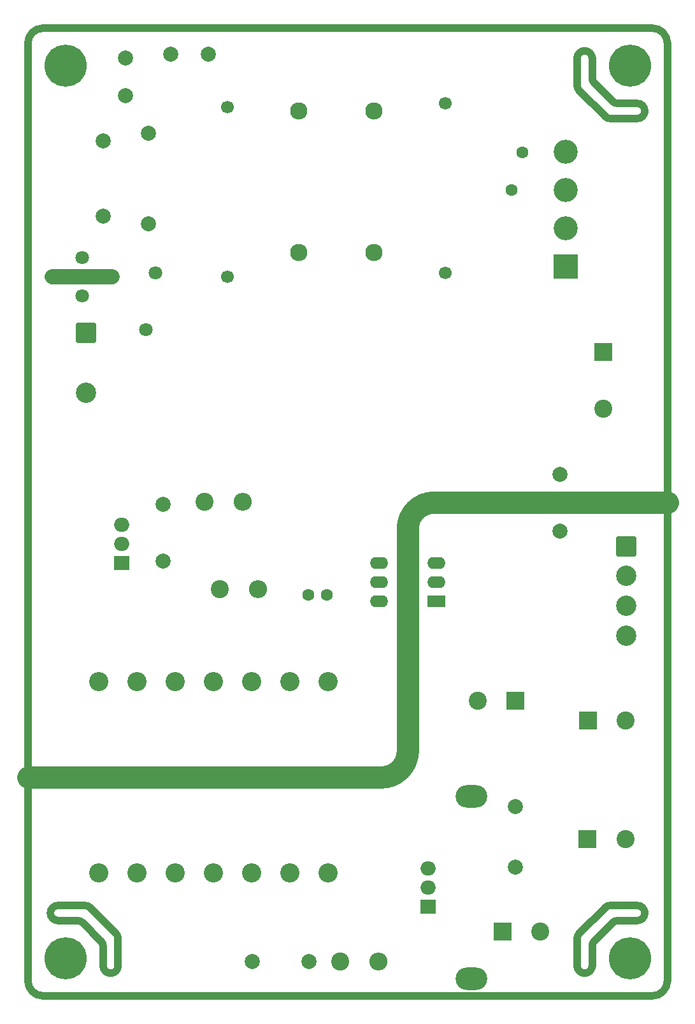
<source format=gbr>
%TF.GenerationSoftware,KiCad,Pcbnew,8.99.0-1678-gcd3e85b0b3*%
%TF.CreationDate,2024-09-01T20:16:48+02:00*%
%TF.ProjectId,ACDC120W19O5V,41434443-3132-4305-9731-394f35562e6b,rev?*%
%TF.SameCoordinates,Original*%
%TF.FileFunction,Soldermask,Bot*%
%TF.FilePolarity,Negative*%
%FSLAX46Y46*%
G04 Gerber Fmt 4.6, Leading zero omitted, Abs format (unit mm)*
G04 Created by KiCad (PCBNEW 8.99.0-1678-gcd3e85b0b3) date 2024-09-01 20:16:48*
%MOMM*%
%LPD*%
G01*
G04 APERTURE LIST*
G04 Aperture macros list*
%AMRoundRect*
0 Rectangle with rounded corners*
0 $1 Rounding radius*
0 $2 $3 $4 $5 $6 $7 $8 $9 X,Y pos of 4 corners*
0 Add a 4 corners polygon primitive as box body*
4,1,4,$2,$3,$4,$5,$6,$7,$8,$9,$2,$3,0*
0 Add four circle primitives for the rounded corners*
1,1,$1+$1,$2,$3*
1,1,$1+$1,$4,$5*
1,1,$1+$1,$6,$7*
1,1,$1+$1,$8,$9*
0 Add four rect primitives between the rounded corners*
20,1,$1+$1,$2,$3,$4,$5,0*
20,1,$1+$1,$4,$5,$6,$7,0*
20,1,$1+$1,$6,$7,$8,$9,0*
20,1,$1+$1,$8,$9,$2,$3,0*%
G04 Aperture macros list end*
%ADD10C,1.000000*%
%ADD11C,3.000000*%
%ADD12C,2.000000*%
%ADD13C,2.400000*%
%ADD14O,2.400000X2.400000*%
%ADD15C,3.600000*%
%ADD16C,5.600000*%
%ADD17R,3.200000X3.200000*%
%ADD18C,3.200000*%
%ADD19C,2.550000*%
%ADD20C,1.800000*%
%ADD21C,2.000000*%
%ADD22R,2.400000X2.400000*%
%ADD23C,1.700000*%
%ADD24R,2.400000X1.600000*%
%ADD25O,2.400000X1.600000*%
%ADD26C,1.600000*%
%ADD27C,2.300000*%
%ADD28O,4.200000X3.000000*%
%ADD29RoundRect,0.250001X-1.099999X1.099999X-1.099999X-1.099999X1.099999X-1.099999X1.099999X1.099999X0*%
%ADD30C,2.700000*%
%ADD31R,2.000000X1.905000*%
%ADD32O,2.000000X1.905000*%
G04 APERTURE END LIST*
D10*
X107185000Y-159561000D02*
X107185000Y-159561000D01*
X37185000Y-152561000D02*
X39770786Y-152561000D01*
X40477893Y-152853893D02*
X42892107Y-155268107D01*
X108185000Y-40646786D02*
X108185000Y-38061000D01*
X40770786Y-150561000D02*
G75*
G02*
X41477879Y-150853907I14J-999900D01*
G01*
X108185000Y-158561000D02*
X108185000Y-155975214D01*
X107185000Y-37061000D02*
G75*
G02*
X108185000Y-38061000I0J-1000000D01*
G01*
X40770786Y-150561000D02*
X37185000Y-150561000D01*
X110892107Y-152853893D02*
G75*
G02*
X111599214Y-152561027I707193J-707407D01*
G01*
X44892107Y-154268107D02*
X41477893Y-150853893D01*
X106477893Y-42353893D02*
X109892107Y-45768107D01*
X107185000Y-159561000D02*
G75*
G02*
X106185000Y-158561000I0J1000000D01*
G01*
D11*
X87185000Y-97061000D02*
X118185000Y-97061000D01*
D10*
X111599214Y-44061000D02*
G75*
G02*
X110892121Y-43768093I-14J999900D01*
G01*
X106185000Y-154975214D02*
X106185000Y-158561000D01*
D11*
X83685000Y-130061000D02*
G75*
G02*
X80185000Y-133561000I-3500000J0D01*
G01*
D10*
X109892107Y-150853893D02*
X106477893Y-154268107D01*
X33185000Y-36061000D02*
G75*
G02*
X35185000Y-34061000I2000000J0D01*
G01*
X45185000Y-158561000D02*
G75*
G02*
X44185000Y-159561000I-1000000J0D01*
G01*
X36185000Y-151561000D02*
X36185000Y-151561000D01*
X108185000Y-155975214D02*
G75*
G02*
X108477907Y-155268121I999900J14D01*
G01*
X44892107Y-154268107D02*
G75*
G02*
X45184973Y-154975214I-707407J-707193D01*
G01*
X37185000Y-152561000D02*
G75*
G02*
X36185000Y-151561000I0J1000000D01*
G01*
X109892107Y-150853893D02*
G75*
G02*
X110599214Y-150561039I707093J-707207D01*
G01*
X118185000Y-160561000D02*
G75*
G02*
X116185000Y-162561000I-2000000J0D01*
G01*
X115185000Y-45061000D02*
X115185000Y-45061000D01*
X110599214Y-46061000D02*
X114185000Y-46061000D01*
X44185000Y-159561000D02*
G75*
G02*
X43185000Y-158561000I0J1000000D01*
G01*
D11*
X83685000Y-100561000D02*
G75*
G02*
X87185000Y-97061000I3500000J0D01*
G01*
D10*
X110599214Y-46061000D02*
G75*
G02*
X109892121Y-45768093I-14J999900D01*
G01*
X106477893Y-42353893D02*
G75*
G02*
X106185027Y-41646786I707407J707193D01*
G01*
D11*
X83685000Y-100561000D02*
X83685000Y-130061000D01*
D10*
X106185000Y-38061000D02*
X106185000Y-41646786D01*
X106185000Y-154975214D02*
G75*
G02*
X106477886Y-154268100I1000000J14D01*
G01*
X108477893Y-41353893D02*
G75*
G02*
X108185027Y-40646786I707407J707193D01*
G01*
X108477893Y-155268107D02*
X110892107Y-152853893D01*
X115185000Y-45061000D02*
G75*
G02*
X114185000Y-46061000I-1000000J0D01*
G01*
X35185000Y-34061000D02*
X116185000Y-34061000D01*
X36185000Y-151561000D02*
G75*
G02*
X37185000Y-150561000I1000000J0D01*
G01*
X114185000Y-44061000D02*
G75*
G02*
X115185000Y-45061000I0J-1000000D01*
G01*
X114185000Y-150561000D02*
G75*
G02*
X115185000Y-151561000I0J-1000000D01*
G01*
X111599214Y-152561000D02*
X114185000Y-152561000D01*
X115185000Y-151561000D02*
G75*
G02*
X114185000Y-152561000I-1000000J0D01*
G01*
X118185000Y-36061000D02*
X118185000Y-160561000D01*
D11*
X33185000Y-133561000D02*
X80185000Y-133561000D01*
D10*
X42892107Y-155268107D02*
G75*
G02*
X43184973Y-155975214I-707407J-707193D01*
G01*
X114185000Y-44061000D02*
X111599214Y-44061000D01*
X107185000Y-37061000D02*
X107185000Y-37061000D01*
X43185000Y-155975214D02*
X43185000Y-158561000D01*
X33185000Y-160561000D02*
X33185000Y-36061000D01*
X116185000Y-34061000D02*
G75*
G02*
X118185000Y-36061000I0J-2000000D01*
G01*
X110892107Y-43768107D02*
X108477893Y-41353893D01*
X39770786Y-152561000D02*
G75*
G02*
X40477879Y-152853907I14J-999900D01*
G01*
X115185000Y-151561000D02*
X115185000Y-151561000D01*
X114185000Y-150561000D02*
X110599214Y-150561000D01*
X116185000Y-162561000D02*
X35185000Y-162561000D01*
X44185000Y-159561000D02*
X44185000Y-159561000D01*
X106185000Y-38061000D02*
G75*
G02*
X107185000Y-37061000I1000000J0D01*
G01*
X108185000Y-158561000D02*
G75*
G02*
X107185000Y-159561000I-1000000J0D01*
G01*
D12*
X36385000Y-67061000D02*
X44385000Y-67061000D01*
D10*
X45185000Y-158561000D02*
X45185000Y-154975214D01*
X35185000Y-162561000D02*
G75*
G02*
X33185000Y-160561000I0J2000000D01*
G01*
D13*
%TO.C,R21*%
X56695000Y-96961000D03*
D14*
X61775000Y-96961000D03*
%TD*%
D15*
%TO.C,H2*%
X113185000Y-157561000D03*
D16*
X113185000Y-157561000D03*
%TD*%
D17*
%TO.C,D6*%
X104685000Y-65721000D03*
D18*
X104685000Y-60641000D03*
X104685000Y-55561000D03*
X104685000Y-50481000D03*
%TD*%
D19*
%TO.C,TR1*%
X73102000Y-120857000D03*
X68022000Y-120857000D03*
X62942000Y-120857000D03*
X57862000Y-120857000D03*
X52782000Y-120857000D03*
X47702000Y-120857000D03*
X42622000Y-120857000D03*
X42622000Y-146257000D03*
X47702000Y-146257000D03*
X52782000Y-146257000D03*
X57862000Y-146257000D03*
X62942000Y-146257000D03*
X68022000Y-146257000D03*
X73102000Y-146257000D03*
%TD*%
D20*
%TO.C,F1*%
X40385000Y-69601000D03*
X40385000Y-64521000D03*
%TD*%
%TO.C,RV1*%
X50185000Y-66561000D03*
X48885000Y-74061000D03*
%TD*%
D21*
%TO.C,SW1*%
X43185000Y-49061000D03*
X49185000Y-48061000D03*
X43185000Y-59061000D03*
X49185000Y-60061000D03*
%TD*%
%TO.C,C12*%
X103935000Y-100811000D03*
X103935000Y-93311000D03*
%TD*%
%TO.C,C28*%
X70535000Y-157961000D03*
X63035000Y-157961000D03*
%TD*%
D22*
%TO.C,C25*%
X96298541Y-154011000D03*
D13*
X101298541Y-154011000D03*
%TD*%
D23*
%TO.C,C7*%
X59685000Y-44561000D03*
X59685000Y-67061000D03*
%TD*%
D22*
%TO.C,C24*%
X107585000Y-141761000D03*
D13*
X112585000Y-141761000D03*
%TD*%
D24*
%TO.C,U2*%
X87510000Y-110186000D03*
D25*
X87510000Y-107646000D03*
X87510000Y-105106000D03*
X79890000Y-105106000D03*
X79890000Y-107646000D03*
X79890000Y-110186000D03*
%TD*%
D23*
%TO.C,C11*%
X88685000Y-44061000D03*
X88685000Y-66561000D03*
%TD*%
D22*
%TO.C,C16*%
X109685000Y-77061000D03*
D13*
X109685000Y-84561000D03*
%TD*%
D26*
%TO.C,C6*%
X70435000Y-109311000D03*
X72935000Y-109311000D03*
%TD*%
D13*
%TO.C,R20*%
X58685000Y-108561000D03*
D14*
X63765000Y-108561000D03*
%TD*%
D22*
%TO.C,C23*%
X97971459Y-123361000D03*
D13*
X92971459Y-123361000D03*
%TD*%
D27*
%TO.C,FL1*%
X69185000Y-63811000D03*
X79185000Y-63811000D03*
X69185000Y-45061000D03*
X79185000Y-45061000D03*
%TD*%
D15*
%TO.C,H4*%
X113185000Y-39061000D03*
D16*
X113185000Y-39061000D03*
%TD*%
D21*
%TO.C,C9*%
X46185000Y-43061000D03*
X46185000Y-38061000D03*
%TD*%
D28*
%TO.C,HS2*%
X92110000Y-136061000D03*
X92110000Y-160261000D03*
%TD*%
D13*
%TO.C,R22*%
X74695000Y-157961000D03*
D14*
X79775000Y-157961000D03*
%TD*%
D26*
%TO.C,TH1*%
X97435000Y-55561000D03*
X98935000Y-50561000D03*
%TD*%
D29*
%TO.C,J1*%
X40935000Y-74561000D03*
D30*
X40935000Y-82481000D03*
%TD*%
D21*
%TO.C,C8*%
X57185000Y-37561000D03*
X52185000Y-37561000D03*
%TD*%
D29*
%TO.C,J2*%
X112685000Y-102843500D03*
D30*
X112685000Y-106803500D03*
X112685000Y-110763500D03*
X112685000Y-114723500D03*
%TD*%
D21*
%TO.C,C19*%
X51185000Y-104811000D03*
X51185000Y-97311000D03*
%TD*%
D31*
%TO.C,D8*%
X86380000Y-150701000D03*
D32*
X86380000Y-148161000D03*
X86380000Y-145621000D03*
%TD*%
D15*
%TO.C,H3*%
X38185000Y-157561000D03*
D16*
X38185000Y-157561000D03*
%TD*%
D22*
%TO.C,C22*%
X107598541Y-125961000D03*
D13*
X112598541Y-125961000D03*
%TD*%
D21*
%TO.C,L1*%
X97985000Y-137461000D03*
X97985000Y-145461000D03*
%TD*%
D31*
%TO.C,Q1*%
X45685000Y-105101000D03*
D32*
X45685000Y-102561000D03*
X45685000Y-100021000D03*
%TD*%
D15*
%TO.C,H1*%
X38185000Y-39061000D03*
D16*
X38185000Y-39061000D03*
%TD*%
M02*

</source>
